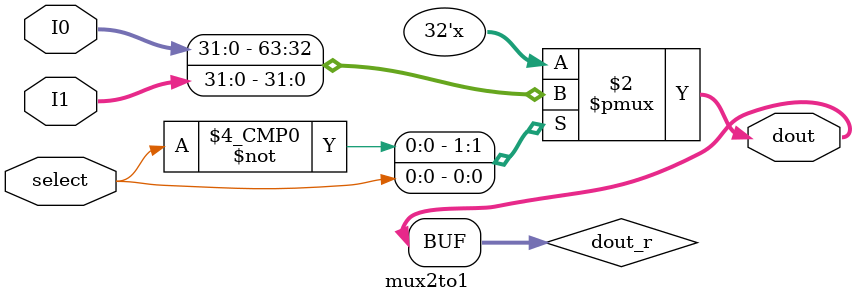
<source format=v>
module mux2to1 (
  input select,
  input [31:0] I0, I1,
  output [31:0] dout
);

  reg [31:0] dout_r;

  always @(*) begin
    case (select)
      1'd0: dout_r = I0;
      1'd1: dout_r = I1;
    endcase
  end
  
  assign dout = dout_r;

endmodule
</source>
